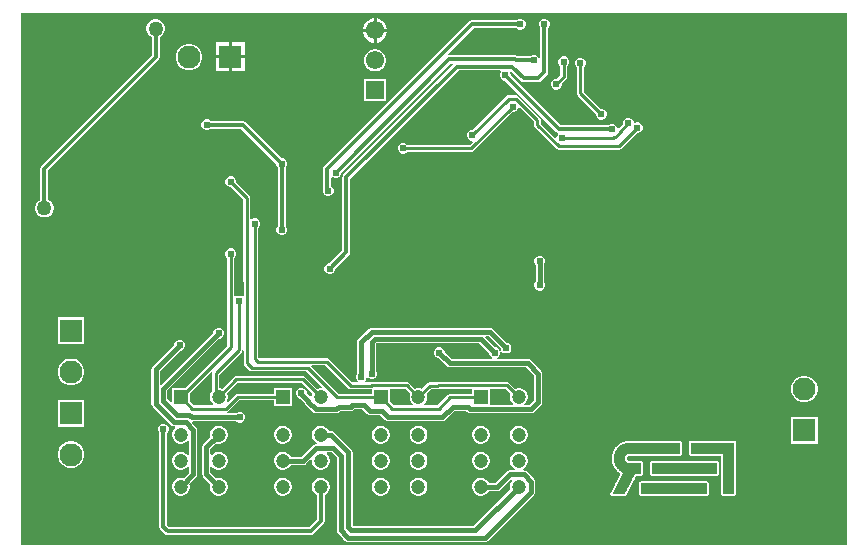
<source format=gbl>
G04*
G04 #@! TF.GenerationSoftware,Altium Limited,Altium Designer,22.2.1 (43)*
G04*
G04 Layer_Physical_Order=2*
G04 Layer_Color=16711680*
%FSLAX25Y25*%
%MOIN*%
G70*
G04*
G04 #@! TF.SameCoordinates,4D9873E2-C187-445E-AA94-CFDCCC1DA697*
G04*
G04*
G04 #@! TF.FilePolarity,Positive*
G04*
G01*
G75*
%ADD64C,0.06102*%
%ADD65R,0.06102X0.06102*%
%ADD67C,0.01000*%
%ADD68C,0.01500*%
%ADD69C,0.01400*%
%ADD72C,0.04724*%
%ADD73R,0.04724X0.04724*%
%ADD74R,0.07677X0.07677*%
%ADD75C,0.07677*%
%ADD76R,0.07677X0.07677*%
%ADD77C,0.02400*%
%ADD78C,0.23622*%
%ADD79C,0.05000*%
G36*
X275590D02*
X0D01*
Y177165D01*
X275590D01*
Y0D01*
D02*
G37*
%LPC*%
G36*
X118644Y175469D02*
X118610D01*
Y171917D01*
X122161D01*
Y171951D01*
X121885Y172981D01*
X121352Y173905D01*
X120598Y174659D01*
X119674Y175192D01*
X118644Y175469D01*
D02*
G37*
G36*
X117610D02*
X117577D01*
X116546Y175192D01*
X115623Y174659D01*
X114868Y173905D01*
X114335Y172981D01*
X114059Y171951D01*
Y171917D01*
X117610D01*
Y175469D01*
D02*
G37*
G36*
X174858Y175300D02*
X174142D01*
X173480Y175026D01*
X172974Y174520D01*
X172700Y173858D01*
Y173142D01*
X172974Y172480D01*
X173175Y172280D01*
Y162260D01*
X172675Y162161D01*
X172526Y162520D01*
X172020Y163026D01*
X171358Y163300D01*
X170642D01*
X169980Y163026D01*
X169780Y162826D01*
X165672D01*
X165374Y163025D01*
X164867Y163126D01*
X142800D01*
X142558Y163077D01*
X142311Y163538D01*
X150948Y172175D01*
X165280D01*
X165480Y171974D01*
X166142Y171700D01*
X166858D01*
X167520Y171974D01*
X168026Y172480D01*
X168300Y173142D01*
Y173858D01*
X168026Y174520D01*
X167520Y175026D01*
X166858Y175300D01*
X166142D01*
X165480Y175026D01*
X165280Y174826D01*
X150399D01*
X149892Y174725D01*
X149461Y174437D01*
X101163Y126138D01*
X100875Y125708D01*
X100775Y125201D01*
Y118671D01*
X100792Y118581D01*
X100700Y118358D01*
Y117642D01*
X100974Y116980D01*
X101480Y116474D01*
X102142Y116200D01*
X102858D01*
X103520Y116474D01*
X104026Y116980D01*
X104300Y117642D01*
Y118358D01*
X104026Y119020D01*
X103520Y119526D01*
X103426Y119565D01*
Y122322D01*
X103926Y122529D01*
X103980Y122474D01*
X104642Y122200D01*
X105358D01*
X106020Y122474D01*
X106526Y122980D01*
X106800Y123642D01*
Y123925D01*
X143349Y160475D01*
X143893D01*
X144100Y159975D01*
X107563Y123437D01*
X107275Y123007D01*
X107175Y122500D01*
Y98049D01*
X102926Y93800D01*
X102642D01*
X101980Y93526D01*
X101474Y93020D01*
X101200Y92358D01*
Y91642D01*
X101474Y90980D01*
X101980Y90474D01*
X102642Y90200D01*
X103358D01*
X104020Y90474D01*
X104526Y90980D01*
X104800Y91642D01*
Y91926D01*
X109437Y96563D01*
X109725Y96993D01*
X109826Y97500D01*
Y121951D01*
X145949Y158074D01*
X159822D01*
X160029Y157574D01*
X159974Y157520D01*
X159700Y156858D01*
Y156142D01*
X159974Y155480D01*
X160480Y154974D01*
X161142Y154700D01*
X161425D01*
X178563Y137563D01*
X178993Y137275D01*
X179018Y137270D01*
X179182Y136728D01*
X178974Y136520D01*
X178700Y135858D01*
Y135775D01*
X178200Y135568D01*
X173372Y140396D01*
Y141568D01*
X173286Y141998D01*
X173043Y142361D01*
X173043Y142361D01*
X165911Y149493D01*
X165548Y149736D01*
X165118Y149822D01*
X165118Y149822D01*
X162700D01*
X162700Y149822D01*
X162271Y149736D01*
X161907Y149493D01*
X161907Y149493D01*
X150714Y138300D01*
X150142D01*
X149480Y138026D01*
X148974Y137520D01*
X148700Y136858D01*
Y136142D01*
X148974Y135480D01*
X149480Y134974D01*
X150142Y134700D01*
X150407D01*
X150614Y134200D01*
X149635Y133222D01*
X128924D01*
X128520Y133626D01*
X127858Y133900D01*
X127142D01*
X126480Y133626D01*
X125974Y133120D01*
X125700Y132458D01*
Y131742D01*
X125974Y131080D01*
X126480Y130574D01*
X127142Y130300D01*
X127858D01*
X128520Y130574D01*
X128924Y130978D01*
X150100D01*
X150100Y130978D01*
X150529Y131064D01*
X150893Y131307D01*
X163786Y144200D01*
X164358D01*
X165020Y144474D01*
X165526Y144980D01*
X165800Y145642D01*
Y145725D01*
X166300Y145932D01*
X171128Y141104D01*
Y139932D01*
X171128Y139932D01*
X171214Y139502D01*
X171457Y139139D01*
X178589Y132007D01*
X178589Y132007D01*
X178952Y131764D01*
X179382Y131678D01*
X199362D01*
X199362Y131678D01*
X199791Y131764D01*
X200155Y132007D01*
X205327Y137180D01*
X205899D01*
X206561Y137453D01*
X207067Y137960D01*
X207341Y138621D01*
Y139338D01*
X207067Y139999D01*
X206561Y140505D01*
X205899Y140779D01*
X205183D01*
X204800Y140621D01*
X204312Y140852D01*
X204280Y140906D01*
X204026Y141520D01*
X203520Y142026D01*
X202858Y142300D01*
X202142D01*
X201480Y142026D01*
X200974Y141520D01*
X200700Y140858D01*
Y140286D01*
X199292Y138878D01*
X199185Y138874D01*
X198731Y139024D01*
X198526Y139520D01*
X198020Y140026D01*
X197358Y140300D01*
X196642D01*
X195980Y140026D01*
X195780Y139825D01*
X180049D01*
X163300Y156574D01*
Y156858D01*
X163160Y157197D01*
X163437Y157762D01*
X163603Y157795D01*
X166836Y154563D01*
X167266Y154275D01*
X167773Y154174D01*
X172500D01*
X173007Y154275D01*
X173437Y154563D01*
X175437Y156563D01*
X175725Y156993D01*
X175826Y157500D01*
Y172280D01*
X176026Y172480D01*
X176300Y173142D01*
Y173858D01*
X176026Y174520D01*
X175520Y175026D01*
X174858Y175300D01*
D02*
G37*
G36*
X122161Y170917D02*
X118610D01*
Y167366D01*
X118644D01*
X119674Y167642D01*
X120598Y168176D01*
X121352Y168930D01*
X121885Y169854D01*
X122161Y170884D01*
Y170917D01*
D02*
G37*
G36*
X117610D02*
X114059D01*
Y170884D01*
X114335Y169854D01*
X114868Y168930D01*
X115623Y168176D01*
X116546Y167642D01*
X117577Y167366D01*
X117610D01*
Y170917D01*
D02*
G37*
G36*
X74720Y167437D02*
X70382D01*
Y163098D01*
X74720D01*
Y167437D01*
D02*
G37*
G36*
X69382D02*
X65043D01*
Y163098D01*
X69382D01*
Y167437D01*
D02*
G37*
G36*
X56687Y167037D02*
X55518D01*
X54389Y166735D01*
X53377Y166150D01*
X52551Y165324D01*
X51966Y164312D01*
X51664Y163183D01*
Y162014D01*
X51966Y160885D01*
X52551Y159873D01*
X53377Y159047D01*
X54389Y158462D01*
X55518Y158160D01*
X56687D01*
X57816Y158462D01*
X58828Y159047D01*
X59654Y159873D01*
X60238Y160885D01*
X60541Y162014D01*
Y163183D01*
X60238Y164312D01*
X59654Y165324D01*
X58828Y166150D01*
X57816Y166735D01*
X56687Y167037D01*
D02*
G37*
G36*
X118591Y165069D02*
X117630D01*
X116701Y164820D01*
X115868Y164339D01*
X115189Y163659D01*
X114708Y162827D01*
X114459Y161898D01*
Y160937D01*
X114708Y160008D01*
X115189Y159176D01*
X115868Y158496D01*
X116701Y158015D01*
X117630Y157766D01*
X118591D01*
X119519Y158015D01*
X120352Y158496D01*
X121032Y159176D01*
X121513Y160008D01*
X121761Y160937D01*
Y161898D01*
X121513Y162827D01*
X121032Y163659D01*
X120352Y164339D01*
X119519Y164820D01*
X118591Y165069D01*
D02*
G37*
G36*
X74720Y162098D02*
X70382D01*
Y157760D01*
X74720D01*
Y162098D01*
D02*
G37*
G36*
X69382D02*
X65043D01*
Y157760D01*
X69382D01*
Y162098D01*
D02*
G37*
G36*
X181358Y162800D02*
X180642D01*
X179980Y162526D01*
X179474Y162020D01*
X179200Y161358D01*
Y160642D01*
X179474Y159980D01*
X179878Y159576D01*
Y156465D01*
X178714Y155300D01*
X178142D01*
X177480Y155026D01*
X176974Y154520D01*
X176700Y153858D01*
Y153142D01*
X176974Y152480D01*
X177480Y151974D01*
X178142Y151700D01*
X178858D01*
X179520Y151974D01*
X180026Y152480D01*
X180300Y153142D01*
Y153714D01*
X181793Y155207D01*
X181793Y155207D01*
X182036Y155571D01*
X182122Y156000D01*
Y159576D01*
X182526Y159980D01*
X182800Y160642D01*
Y161358D01*
X182526Y162020D01*
X182020Y162526D01*
X181358Y162800D01*
D02*
G37*
G36*
X121761Y155069D02*
X114459D01*
Y147766D01*
X121761D01*
Y155069D01*
D02*
G37*
G36*
X186858Y162300D02*
X186142D01*
X185480Y162026D01*
X184974Y161520D01*
X184700Y160858D01*
Y160142D01*
X184974Y159480D01*
X185378Y159076D01*
Y150500D01*
X185378Y150500D01*
X185464Y150071D01*
X185707Y149707D01*
X191700Y143714D01*
Y143142D01*
X191974Y142480D01*
X192480Y141974D01*
X193142Y141700D01*
X193858D01*
X194520Y141974D01*
X195026Y142480D01*
X195300Y143142D01*
Y143858D01*
X195026Y144520D01*
X194520Y145026D01*
X193858Y145300D01*
X193286D01*
X187622Y150965D01*
Y159076D01*
X188026Y159480D01*
X188300Y160142D01*
Y160858D01*
X188026Y161520D01*
X187520Y162026D01*
X186858Y162300D01*
D02*
G37*
G36*
X45408Y175100D02*
X44592D01*
X43803Y174889D01*
X43097Y174481D01*
X42519Y173903D01*
X42111Y173197D01*
X41900Y172408D01*
Y171592D01*
X42111Y170803D01*
X42519Y170097D01*
X43097Y169519D01*
X43674Y169186D01*
Y162983D01*
X6937Y126245D01*
X6650Y125815D01*
X6549Y125308D01*
Y115019D01*
X5971Y114685D01*
X5393Y114108D01*
X4985Y113401D01*
X4774Y112613D01*
Y111797D01*
X4985Y111008D01*
X5393Y110301D01*
X5971Y109724D01*
X6678Y109316D01*
X7466Y109105D01*
X8282D01*
X9071Y109316D01*
X9777Y109724D01*
X10355Y110301D01*
X10763Y111008D01*
X10974Y111797D01*
Y112613D01*
X10763Y113401D01*
X10355Y114108D01*
X9777Y114685D01*
X9200Y115019D01*
Y124759D01*
X45937Y161497D01*
X46225Y161927D01*
X46325Y162434D01*
Y169186D01*
X46903Y169519D01*
X47481Y170097D01*
X47889Y170803D01*
X48100Y171592D01*
Y172408D01*
X47889Y173197D01*
X47481Y173903D01*
X46903Y174481D01*
X46197Y174889D01*
X45408Y175100D01*
D02*
G37*
G36*
X62358Y141800D02*
X61642D01*
X60980Y141526D01*
X60474Y141020D01*
X60200Y140358D01*
Y139642D01*
X60474Y138980D01*
X60980Y138474D01*
X61642Y138200D01*
X62358D01*
X63020Y138474D01*
X63220Y138674D01*
X73451D01*
X85200Y126926D01*
Y126642D01*
X85474Y125980D01*
X85675Y125780D01*
Y106220D01*
X85474Y106020D01*
X85200Y105358D01*
Y104642D01*
X85474Y103980D01*
X85980Y103474D01*
X86642Y103200D01*
X87358D01*
X88020Y103474D01*
X88526Y103980D01*
X88800Y104642D01*
Y105358D01*
X88526Y106020D01*
X88326Y106220D01*
Y125780D01*
X88526Y125980D01*
X88800Y126642D01*
Y127358D01*
X88526Y128020D01*
X88020Y128526D01*
X87358Y128800D01*
X87075D01*
X74937Y140937D01*
X74507Y141225D01*
X74000Y141325D01*
X63220D01*
X63020Y141526D01*
X62358Y141800D01*
D02*
G37*
G36*
X173358Y96300D02*
X172642D01*
X171980Y96026D01*
X171474Y95520D01*
X171200Y94858D01*
Y94142D01*
X171474Y93480D01*
X171624Y93331D01*
Y87598D01*
X171510Y87484D01*
X171236Y86822D01*
Y86106D01*
X171510Y85445D01*
X172016Y84939D01*
X172678Y84664D01*
X173394D01*
X174055Y84939D01*
X174562Y85445D01*
X174836Y86106D01*
Y86822D01*
X174562Y87484D01*
X174376Y87669D01*
Y93331D01*
X174526Y93480D01*
X174800Y94142D01*
Y94858D01*
X174526Y95520D01*
X174020Y96026D01*
X173358Y96300D01*
D02*
G37*
G36*
X70358Y122800D02*
X69642D01*
X68980Y122526D01*
X68474Y122020D01*
X68200Y121358D01*
Y120642D01*
X68474Y119980D01*
X68980Y119474D01*
X69642Y119200D01*
X70214D01*
X74178Y115235D01*
Y88200D01*
X74178Y88200D01*
X74264Y87771D01*
X74413Y87547D01*
Y82884D01*
X73913Y82677D01*
X73854Y82736D01*
X73193Y83010D01*
X72477D01*
X71815Y82736D01*
X71622Y82543D01*
X71122Y82750D01*
Y95576D01*
X71526Y95980D01*
X71800Y96642D01*
Y97358D01*
X71526Y98020D01*
X71020Y98526D01*
X70358Y98800D01*
X69642D01*
X68980Y98526D01*
X68474Y98020D01*
X68200Y97358D01*
Y96642D01*
X68474Y95980D01*
X68878Y95576D01*
Y66323D01*
X54778Y52222D01*
X50439D01*
Y47623D01*
X49977Y47431D01*
X48858Y48551D01*
Y51411D01*
X66147Y68700D01*
X66358D01*
X67020Y68974D01*
X67526Y69480D01*
X67800Y70142D01*
Y70858D01*
X67526Y71520D01*
X67020Y72026D01*
X66358Y72300D01*
X65642D01*
X64980Y72026D01*
X64474Y71520D01*
X64200Y70858D01*
Y70647D01*
X46858Y53304D01*
X46358Y53511D01*
Y57911D01*
X53147Y64700D01*
X53358D01*
X54020Y64974D01*
X54526Y65480D01*
X54800Y66142D01*
Y66858D01*
X54526Y67520D01*
X54020Y68026D01*
X53358Y68300D01*
X52642D01*
X51980Y68026D01*
X51474Y67520D01*
X51200Y66858D01*
Y66647D01*
X44008Y59454D01*
X43709Y59008D01*
X43605Y58481D01*
Y46946D01*
X43709Y46419D01*
X44008Y45972D01*
X50058Y39922D01*
X50504Y39624D01*
X51031Y39519D01*
X51427D01*
X51568Y39078D01*
X51570Y39019D01*
X51031Y38480D01*
X50641Y37805D01*
X50439Y37051D01*
Y36271D01*
X50641Y35518D01*
X51031Y34843D01*
X51583Y34291D01*
X52258Y33901D01*
X53012Y33699D01*
X53792D01*
X54545Y33901D01*
X55220Y34291D01*
X55637Y34708D01*
X56137Y34518D01*
Y30144D01*
X55637Y29953D01*
X55220Y30370D01*
X54545Y30760D01*
X53792Y30962D01*
X53012D01*
X52258Y30760D01*
X51583Y30370D01*
X51031Y29819D01*
X50641Y29143D01*
X50439Y28390D01*
Y27610D01*
X50641Y26857D01*
X51031Y26181D01*
X51583Y25630D01*
X52258Y25240D01*
X53012Y25038D01*
X53792D01*
X54545Y25240D01*
X55220Y25630D01*
X55637Y26047D01*
X56137Y25856D01*
Y24021D01*
X54285Y22169D01*
X53792Y22301D01*
X53012D01*
X52258Y22099D01*
X51583Y21709D01*
X51031Y21157D01*
X50641Y20482D01*
X50439Y19729D01*
Y18949D01*
X50641Y18195D01*
X51031Y17520D01*
X51583Y16968D01*
X52258Y16578D01*
X53012Y16376D01*
X53792D01*
X54545Y16578D01*
X55220Y16968D01*
X55772Y17520D01*
X56162Y18195D01*
X56364Y18949D01*
Y19729D01*
X56232Y20222D01*
X58487Y22478D01*
X58487Y22478D01*
X58785Y22924D01*
X58890Y23451D01*
Y38365D01*
X58890Y38365D01*
X58785Y38892D01*
X58487Y39338D01*
X57202Y40624D01*
X57409Y41124D01*
X71831D01*
X71980Y40974D01*
X72642Y40700D01*
X73358D01*
X74020Y40974D01*
X74526Y41480D01*
X74800Y42142D01*
Y42858D01*
X74526Y43520D01*
X74020Y44026D01*
X73358Y44300D01*
X72642D01*
X71980Y44026D01*
X71831Y43876D01*
X69069D01*
X68903Y44339D01*
X68910Y44376D01*
X69252Y44605D01*
X72785Y48138D01*
X84439D01*
Y46298D01*
X90364D01*
Y52222D01*
X84439D01*
Y50381D01*
X72321D01*
X72321Y50381D01*
X71892Y50296D01*
X71528Y50053D01*
X68991Y47516D01*
X68591Y47823D01*
X68760Y48116D01*
X68962Y48870D01*
Y49650D01*
X68760Y50403D01*
X68749Y50423D01*
X72323Y53997D01*
X93677D01*
X97251Y50423D01*
X97240Y50403D01*
X97038Y49650D01*
Y49512D01*
X96538Y49305D01*
X95300Y50543D01*
Y50858D01*
X95026Y51520D01*
X94520Y52026D01*
X93858Y52300D01*
X93142D01*
X92480Y52026D01*
X91974Y51520D01*
X91700Y50858D01*
Y50142D01*
X91974Y49480D01*
X92480Y48974D01*
X93142Y48700D01*
X93250D01*
X94541Y47409D01*
X94616Y47030D01*
X94915Y46583D01*
X97323Y44174D01*
X97770Y43876D01*
X98297Y43771D01*
X105148D01*
X105674Y43876D01*
X106121Y44174D01*
X106570Y44624D01*
X110000D01*
X110527Y44728D01*
X110973Y45027D01*
X111070Y45124D01*
X113930D01*
X115527Y43527D01*
X115973Y43228D01*
X116500Y43123D01*
X116500Y43124D01*
X119930D01*
X121527Y41527D01*
X121973Y41228D01*
X122500Y41124D01*
X122500Y41124D01*
X140500D01*
X141027Y41228D01*
X141473Y41527D01*
X144570Y44624D01*
X148430D01*
X148905Y44148D01*
X149352Y43850D01*
X149879Y43745D01*
X170121D01*
X170648Y43850D01*
X171095Y44148D01*
X173473Y46527D01*
X173772Y46973D01*
X173876Y47500D01*
Y57000D01*
X173877Y57000D01*
X173772Y57527D01*
X173473Y57973D01*
X169973Y61473D01*
X169527Y61772D01*
X169000Y61876D01*
X158884D01*
X158784Y62376D01*
X159020Y62474D01*
X159526Y62980D01*
X159800Y63642D01*
Y64358D01*
X159526Y65020D01*
X159020Y65526D01*
X158358Y65800D01*
X158147D01*
X154823Y69124D01*
X155030Y69624D01*
X155792D01*
X160000Y65416D01*
Y65204D01*
X160274Y64543D01*
X160780Y64036D01*
X161442Y63762D01*
X162158D01*
X162820Y64036D01*
X163326Y64543D01*
X163600Y65204D01*
Y65920D01*
X163326Y66582D01*
X162820Y67088D01*
X162158Y67362D01*
X161947D01*
X157336Y71973D01*
X156889Y72272D01*
X156362Y72376D01*
X116964D01*
X116438Y72272D01*
X115991Y71973D01*
X112527Y68509D01*
X112228Y68062D01*
X112124Y67536D01*
Y57169D01*
X111974Y57020D01*
X111700Y56358D01*
Y55642D01*
X111974Y54980D01*
X112333Y54622D01*
X112126Y54122D01*
X110465D01*
X102738Y61848D01*
X102374Y62091D01*
X101945Y62177D01*
X101945Y62177D01*
X79465D01*
X79122Y62520D01*
Y105576D01*
X79526Y105980D01*
X79800Y106642D01*
Y107358D01*
X79526Y108020D01*
X79020Y108526D01*
X78358Y108800D01*
X77642D01*
X76980Y108526D01*
X76922Y108467D01*
X76422Y108674D01*
Y115700D01*
X76336Y116129D01*
X76093Y116493D01*
X76093Y116493D01*
X71800Y120786D01*
Y121358D01*
X71526Y122020D01*
X71020Y122526D01*
X70358Y122800D01*
D02*
G37*
G36*
X21210Y75836D02*
X12333D01*
Y66959D01*
X21210D01*
Y75836D01*
D02*
G37*
G36*
X17356Y62057D02*
X16187D01*
X15058Y61754D01*
X14046Y61170D01*
X13220Y60344D01*
X12636Y59331D01*
X12333Y58202D01*
Y57034D01*
X12636Y55905D01*
X13220Y54893D01*
X14046Y54066D01*
X15058Y53482D01*
X16187Y53180D01*
X17356D01*
X18485Y53482D01*
X19497Y54066D01*
X20323Y54893D01*
X20908Y55905D01*
X21210Y57034D01*
Y58202D01*
X20908Y59331D01*
X20323Y60344D01*
X19497Y61170D01*
X18485Y61754D01*
X17356Y62057D01*
D02*
G37*
G36*
X261766Y56328D02*
X260597D01*
X259468Y56026D01*
X258456Y55441D01*
X257629Y54615D01*
X257045Y53603D01*
X256743Y52474D01*
Y51305D01*
X257045Y50177D01*
X257629Y49164D01*
X258456Y48338D01*
X259468Y47754D01*
X260597Y47451D01*
X261766D01*
X262894Y47754D01*
X263907Y48338D01*
X264733Y49164D01*
X265317Y50177D01*
X265620Y51305D01*
Y52474D01*
X265317Y53603D01*
X264733Y54615D01*
X263907Y55441D01*
X262894Y56026D01*
X261766Y56328D01*
D02*
G37*
G36*
X21210Y48277D02*
X12333D01*
Y39400D01*
X21210D01*
Y48277D01*
D02*
G37*
G36*
X166390Y39624D02*
X165610D01*
X164857Y39422D01*
X164181Y39032D01*
X163630Y38480D01*
X163240Y37805D01*
X163038Y37051D01*
Y36271D01*
X163240Y35518D01*
X163630Y34843D01*
X164181Y34291D01*
X164857Y33901D01*
X165610Y33699D01*
X166390D01*
X167143Y33901D01*
X167819Y34291D01*
X168370Y34843D01*
X168760Y35518D01*
X168962Y36271D01*
Y37051D01*
X168760Y37805D01*
X168370Y38480D01*
X167819Y39032D01*
X167143Y39422D01*
X166390Y39624D01*
D02*
G37*
G36*
X153792D02*
X153012D01*
X152258Y39422D01*
X151583Y39032D01*
X151031Y38480D01*
X150641Y37805D01*
X150439Y37051D01*
Y36271D01*
X150641Y35518D01*
X151031Y34843D01*
X151583Y34291D01*
X152258Y33901D01*
X153012Y33699D01*
X153792D01*
X154545Y33901D01*
X155220Y34291D01*
X155772Y34843D01*
X156162Y35518D01*
X156364Y36271D01*
Y37051D01*
X156162Y37805D01*
X155772Y38480D01*
X155220Y39032D01*
X154545Y39422D01*
X153792Y39624D01*
D02*
G37*
G36*
X132988D02*
X132208D01*
X131455Y39422D01*
X130780Y39032D01*
X130228Y38480D01*
X129838Y37805D01*
X129636Y37051D01*
Y36271D01*
X129838Y35518D01*
X130228Y34843D01*
X130780Y34291D01*
X131455Y33901D01*
X132208Y33699D01*
X132988D01*
X133742Y33901D01*
X134417Y34291D01*
X134969Y34843D01*
X135359Y35518D01*
X135561Y36271D01*
Y37051D01*
X135359Y37805D01*
X134969Y38480D01*
X134417Y39032D01*
X133742Y39422D01*
X132988Y39624D01*
D02*
G37*
G36*
X120390D02*
X119610D01*
X118857Y39422D01*
X118181Y39032D01*
X117630Y38480D01*
X117240Y37805D01*
X117038Y37051D01*
Y36271D01*
X117240Y35518D01*
X117630Y34843D01*
X118181Y34291D01*
X118857Y33901D01*
X119610Y33699D01*
X120390D01*
X121143Y33901D01*
X121819Y34291D01*
X122370Y34843D01*
X122760Y35518D01*
X122962Y36271D01*
Y37051D01*
X122760Y37805D01*
X122370Y38480D01*
X121819Y39032D01*
X121143Y39422D01*
X120390Y39624D01*
D02*
G37*
G36*
X87792D02*
X87012D01*
X86258Y39422D01*
X85583Y39032D01*
X85031Y38480D01*
X84641Y37805D01*
X84439Y37051D01*
Y36271D01*
X84641Y35518D01*
X85031Y34843D01*
X85583Y34291D01*
X86258Y33901D01*
X87012Y33699D01*
X87792D01*
X88545Y33901D01*
X89220Y34291D01*
X89772Y34843D01*
X90162Y35518D01*
X90364Y36271D01*
Y37051D01*
X90162Y37805D01*
X89772Y38480D01*
X89220Y39032D01*
X88545Y39422D01*
X87792Y39624D01*
D02*
G37*
G36*
X66390D02*
X65610D01*
X64857Y39422D01*
X64181Y39032D01*
X63630Y38480D01*
X63240Y37805D01*
X63038Y37051D01*
Y36271D01*
X63170Y35778D01*
X60914Y33522D01*
X60616Y33076D01*
X60511Y32549D01*
Y23451D01*
X60616Y22924D01*
X60914Y22478D01*
X63170Y20222D01*
X63038Y19729D01*
Y18949D01*
X63240Y18195D01*
X63630Y17520D01*
X64181Y16968D01*
X64857Y16578D01*
X65610Y16376D01*
X66390D01*
X67143Y16578D01*
X67819Y16968D01*
X68370Y17520D01*
X68760Y18195D01*
X68962Y18949D01*
Y19729D01*
X68760Y20482D01*
X68370Y21157D01*
X67819Y21709D01*
X67143Y22099D01*
X66390Y22301D01*
X65610D01*
X65117Y22169D01*
X63264Y24021D01*
Y25856D01*
X63764Y26047D01*
X64181Y25630D01*
X64857Y25240D01*
X65610Y25038D01*
X66390D01*
X67143Y25240D01*
X67819Y25630D01*
X68370Y26181D01*
X68760Y26857D01*
X68962Y27610D01*
Y28390D01*
X68760Y29143D01*
X68370Y29819D01*
X67819Y30370D01*
X67143Y30760D01*
X66390Y30962D01*
X65610D01*
X64857Y30760D01*
X64181Y30370D01*
X63764Y29953D01*
X63264Y30144D01*
Y31979D01*
X65117Y33831D01*
X65610Y33699D01*
X66390D01*
X67143Y33901D01*
X67819Y34291D01*
X68370Y34843D01*
X68760Y35518D01*
X68962Y36271D01*
Y37051D01*
X68760Y37805D01*
X68370Y38480D01*
X67819Y39032D01*
X67143Y39422D01*
X66390Y39624D01*
D02*
G37*
G36*
X265620Y42549D02*
X256743D01*
Y33672D01*
X265620D01*
Y42549D01*
D02*
G37*
G36*
X100390Y39624D02*
X99610D01*
X98857Y39422D01*
X98181Y39032D01*
X97630Y38480D01*
X97240Y37805D01*
X97038Y37051D01*
Y36271D01*
X97240Y35518D01*
X97630Y34843D01*
X98181Y34291D01*
X98705Y33989D01*
X98571Y33489D01*
X98297D01*
X97770Y33384D01*
X97323Y33086D01*
X97323Y33086D01*
X93614Y29376D01*
X90027D01*
X89772Y29819D01*
X89220Y30370D01*
X88545Y30760D01*
X87792Y30962D01*
X87012D01*
X86258Y30760D01*
X85583Y30370D01*
X85031Y29819D01*
X84641Y29143D01*
X84439Y28390D01*
Y27610D01*
X84641Y26857D01*
X85031Y26181D01*
X85583Y25630D01*
X86258Y25240D01*
X87012Y25038D01*
X87792D01*
X88545Y25240D01*
X89220Y25630D01*
X89772Y26181D01*
X90027Y26624D01*
X94184D01*
X94711Y26728D01*
X95158Y27027D01*
X96550Y28419D01*
X97038Y28200D01*
Y27610D01*
X97240Y26857D01*
X97630Y26181D01*
X98181Y25630D01*
X98857Y25240D01*
X99610Y25038D01*
X100390D01*
X101143Y25240D01*
X101819Y25630D01*
X102370Y26181D01*
X102760Y26857D01*
X102962Y27610D01*
Y28390D01*
X102760Y29143D01*
X102370Y29819D01*
X101953Y30236D01*
X102144Y30736D01*
X103782D01*
X105356Y29162D01*
Y4768D01*
X105461Y4241D01*
X105759Y3794D01*
X107527Y2027D01*
X107527Y2027D01*
X107527Y2027D01*
X108259Y1295D01*
X108705Y996D01*
X109232Y891D01*
X154745D01*
X155271Y996D01*
X155718Y1295D01*
X171086Y16662D01*
X171086Y16662D01*
X171384Y17109D01*
X171489Y17635D01*
X171489Y17635D01*
Y21042D01*
X171384Y21569D01*
X171086Y22015D01*
X168677Y24424D01*
X168230Y24723D01*
X167703Y24827D01*
X167429D01*
X167295Y25327D01*
X167819Y25630D01*
X168370Y26181D01*
X168760Y26857D01*
X168962Y27610D01*
Y28390D01*
X168760Y29143D01*
X168370Y29819D01*
X167819Y30370D01*
X167143Y30760D01*
X166390Y30962D01*
X165610D01*
X164857Y30760D01*
X164181Y30370D01*
X163630Y29819D01*
X163240Y29143D01*
X163038Y28390D01*
Y27610D01*
X163240Y26857D01*
X163630Y26181D01*
X164181Y25630D01*
X164705Y25327D01*
X164571Y24827D01*
X163045D01*
X162518Y24723D01*
X162072Y24424D01*
X162072Y24424D01*
X158362Y20715D01*
X156027D01*
X155772Y21157D01*
X155220Y21709D01*
X154545Y22099D01*
X153792Y22301D01*
X153012D01*
X152258Y22099D01*
X151583Y21709D01*
X151031Y21157D01*
X150641Y20482D01*
X150439Y19729D01*
Y18949D01*
X150641Y18195D01*
X151031Y17520D01*
X151583Y16968D01*
X152258Y16578D01*
X153012Y16376D01*
X153792D01*
X154545Y16578D01*
X155220Y16968D01*
X155772Y17520D01*
X156027Y17962D01*
X158933D01*
X159459Y18067D01*
X159906Y18365D01*
X163402Y21862D01*
X163590Y21825D01*
X163756Y21283D01*
X163630Y21157D01*
X163240Y20482D01*
X163038Y19729D01*
Y18949D01*
X163170Y18455D01*
X150859Y6144D01*
X110838D01*
X110609Y6374D01*
Y30768D01*
X110504Y31295D01*
X110205Y31741D01*
X109473Y32473D01*
X109473Y32473D01*
X104312Y37635D01*
X103865Y37933D01*
X103339Y38038D01*
X102626D01*
X102370Y38480D01*
X101819Y39032D01*
X101143Y39422D01*
X100390Y39624D01*
D02*
G37*
G36*
X17356Y34498D02*
X16187D01*
X15058Y34195D01*
X14046Y33611D01*
X13220Y32784D01*
X12636Y31772D01*
X12333Y30643D01*
Y29475D01*
X12636Y28346D01*
X13220Y27334D01*
X14046Y26507D01*
X15058Y25923D01*
X16187Y25620D01*
X17356D01*
X18485Y25923D01*
X19497Y26507D01*
X20323Y27334D01*
X20908Y28346D01*
X21210Y29475D01*
Y30643D01*
X20908Y31772D01*
X20323Y32784D01*
X19497Y33611D01*
X18485Y34195D01*
X17356Y34498D01*
D02*
G37*
G36*
X153792Y30962D02*
X153012D01*
X152258Y30760D01*
X151583Y30370D01*
X151031Y29819D01*
X150641Y29143D01*
X150439Y28390D01*
Y27610D01*
X150641Y26857D01*
X151031Y26181D01*
X151583Y25630D01*
X152258Y25240D01*
X153012Y25038D01*
X153792D01*
X154545Y25240D01*
X155220Y25630D01*
X155772Y26181D01*
X156162Y26857D01*
X156364Y27610D01*
Y28390D01*
X156162Y29143D01*
X155772Y29819D01*
X155220Y30370D01*
X154545Y30760D01*
X153792Y30962D01*
D02*
G37*
G36*
X132988D02*
X132208D01*
X131455Y30760D01*
X130780Y30370D01*
X130228Y29819D01*
X129838Y29143D01*
X129636Y28390D01*
Y27610D01*
X129838Y26857D01*
X130228Y26181D01*
X130780Y25630D01*
X131455Y25240D01*
X132208Y25038D01*
X132988D01*
X133742Y25240D01*
X134417Y25630D01*
X134969Y26181D01*
X135359Y26857D01*
X135561Y27610D01*
Y28390D01*
X135359Y29143D01*
X134969Y29819D01*
X134417Y30370D01*
X133742Y30760D01*
X132988Y30962D01*
D02*
G37*
G36*
X120390D02*
X119610D01*
X118857Y30760D01*
X118181Y30370D01*
X117630Y29819D01*
X117240Y29143D01*
X117038Y28390D01*
Y27610D01*
X117240Y26857D01*
X117630Y26181D01*
X118181Y25630D01*
X118857Y25240D01*
X119610Y25038D01*
X120390D01*
X121143Y25240D01*
X121819Y25630D01*
X122370Y26181D01*
X122760Y26857D01*
X122962Y27610D01*
Y28390D01*
X122760Y29143D01*
X122370Y29819D01*
X121819Y30370D01*
X121143Y30760D01*
X120390Y30962D01*
D02*
G37*
G36*
X232112Y27953D02*
X210442D01*
X209983Y27763D01*
X209792Y27304D01*
Y23583D01*
X209983Y23124D01*
X210442Y22934D01*
X232112D01*
X232572Y23124D01*
X232762Y23583D01*
Y27304D01*
X232572Y27763D01*
X232112Y27953D01*
D02*
G37*
G36*
X132988Y22301D02*
X132208D01*
X131455Y22099D01*
X130780Y21709D01*
X130228Y21157D01*
X129838Y20482D01*
X129636Y19729D01*
Y18949D01*
X129838Y18195D01*
X130228Y17520D01*
X130780Y16968D01*
X131455Y16578D01*
X132208Y16376D01*
X132988D01*
X133742Y16578D01*
X134417Y16968D01*
X134969Y17520D01*
X135359Y18195D01*
X135561Y18949D01*
Y19729D01*
X135359Y20482D01*
X134969Y21157D01*
X134417Y21709D01*
X133742Y22099D01*
X132988Y22301D01*
D02*
G37*
G36*
X120390D02*
X119610D01*
X118857Y22099D01*
X118181Y21709D01*
X117630Y21157D01*
X117240Y20482D01*
X117038Y19729D01*
Y18949D01*
X117240Y18195D01*
X117630Y17520D01*
X118181Y16968D01*
X118857Y16578D01*
X119610Y16376D01*
X120390D01*
X121143Y16578D01*
X121819Y16968D01*
X122370Y17520D01*
X122760Y18195D01*
X122962Y18949D01*
Y19729D01*
X122760Y20482D01*
X122370Y21157D01*
X121819Y21709D01*
X121143Y22099D01*
X120390Y22301D01*
D02*
G37*
G36*
X87792D02*
X87012D01*
X86258Y22099D01*
X85583Y21709D01*
X85031Y21157D01*
X84641Y20482D01*
X84439Y19729D01*
Y18949D01*
X84641Y18195D01*
X85031Y17520D01*
X85583Y16968D01*
X86258Y16578D01*
X87012Y16376D01*
X87792D01*
X88545Y16578D01*
X89220Y16968D01*
X89772Y17520D01*
X90162Y18195D01*
X90364Y18949D01*
Y19729D01*
X90162Y20482D01*
X89772Y21157D01*
X89220Y21709D01*
X88545Y22099D01*
X87792Y22301D01*
D02*
G37*
G36*
X237879Y34649D02*
X223277D01*
X222818Y34459D01*
X222627Y34000D01*
Y30280D01*
X222818Y29820D01*
X223277Y29630D01*
X233602D01*
Y16887D01*
X233792Y16428D01*
X234251Y16238D01*
X237879D01*
X238338Y16428D01*
X238528Y16887D01*
Y31489D01*
Y34000D01*
X238338Y34459D01*
X237879Y34649D01*
D02*
G37*
G36*
X228764Y21257D02*
X206815D01*
X206356Y21066D01*
X206328Y21001D01*
X206262Y20973D01*
X206072Y20514D01*
Y16980D01*
X206262Y16521D01*
X206328Y16493D01*
X206356Y16428D01*
X206815Y16238D01*
X228764D01*
X229223Y16428D01*
X229414Y16887D01*
Y20607D01*
X229223Y21066D01*
X228764Y21257D01*
D02*
G37*
G36*
X219650Y34649D02*
X202350D01*
X202126Y34556D01*
X201792D01*
X201568Y34463D01*
X201420D01*
X201196Y34370D01*
X201141D01*
X200692Y34184D01*
X200676D01*
X200217Y33994D01*
X200209Y33975D01*
X200031Y33901D01*
X200023Y33882D01*
X199845Y33808D01*
X199818Y33742D01*
X199752Y33715D01*
X199744Y33696D01*
X199566Y33622D01*
X199539Y33556D01*
X199473Y33529D01*
X199465Y33510D01*
X199287Y33436D01*
X199260Y33370D01*
X199194Y33343D01*
X199167Y33277D01*
X199101Y33250D01*
X199074Y33184D01*
X199008Y33157D01*
X198981Y33091D01*
X198915Y33064D01*
X198888Y32998D01*
X198822Y32971D01*
X198795Y32905D01*
X198729Y32878D01*
X198702Y32812D01*
X198636Y32785D01*
X198609Y32719D01*
X198543Y32692D01*
X198516Y32626D01*
X198450Y32599D01*
X198423Y32533D01*
X198357Y32506D01*
X198330Y32440D01*
X198264Y32413D01*
X198237Y32347D01*
X198171Y32320D01*
X198097Y32142D01*
X198078Y32134D01*
X198051Y32068D01*
X197985Y32041D01*
X197911Y31863D01*
X197892Y31855D01*
X197818Y31677D01*
X197799Y31669D01*
X197725Y31491D01*
X197706Y31483D01*
X197632Y31305D01*
X197613Y31297D01*
X197539Y31119D01*
X197520Y31111D01*
X197330Y30652D01*
Y30597D01*
X197237Y30373D01*
Y30225D01*
X197144Y30001D01*
Y29760D01*
X197051Y29536D01*
Y27955D01*
X197144Y27730D01*
Y27490D01*
X197237Y27265D01*
Y27211D01*
X197330Y26986D01*
Y26932D01*
X197516Y26482D01*
Y26467D01*
X197706Y26007D01*
X197725Y25999D01*
X197799Y25821D01*
X197865Y25794D01*
X197892Y25728D01*
X197911Y25720D01*
X197985Y25542D01*
X198004Y25534D01*
X198078Y25356D01*
X198144Y25329D01*
X198171Y25263D01*
X198237Y25236D01*
X198264Y25170D01*
X198283Y25162D01*
X198357Y24984D01*
X198423Y24957D01*
X198450Y24891D01*
X198516Y24864D01*
X198543Y24798D01*
X198609Y24771D01*
X198636Y24705D01*
X198702Y24678D01*
X198729Y24612D01*
X198795Y24585D01*
X198822Y24519D01*
X198888Y24492D01*
X198915Y24426D01*
X198981Y24399D01*
X199008Y24333D01*
X199074Y24306D01*
X199101Y24240D01*
X199279Y24167D01*
X199287Y24147D01*
X199353Y24120D01*
X199380Y24054D01*
X199446Y24027D01*
X199473Y23961D01*
X199546Y23931D01*
X199692Y23758D01*
X199752Y23392D01*
X199678Y23213D01*
X199659Y23205D01*
X199585Y23028D01*
X199566Y23020D01*
X199492Y22841D01*
X199473Y22833D01*
X199399Y22655D01*
X199380Y22648D01*
X199306Y22469D01*
X199287Y22461D01*
X199213Y22283D01*
X199194Y22275D01*
X199120Y22097D01*
X199101Y22089D01*
X199027Y21911D01*
X199008Y21903D01*
X198934Y21725D01*
X198915Y21717D01*
X198841Y21539D01*
X198822Y21531D01*
X198748Y21353D01*
X198729Y21345D01*
X198655Y21167D01*
X198636Y21159D01*
X198562Y20981D01*
X198543Y20973D01*
X198469Y20795D01*
X198450Y20787D01*
X198376Y20609D01*
X198357Y20601D01*
X198283Y20423D01*
X198264Y20415D01*
X198190Y20237D01*
X198171Y20229D01*
X198097Y20051D01*
X198078Y20043D01*
X198004Y19865D01*
X197985Y19857D01*
X197911Y19679D01*
X197892Y19671D01*
X197818Y19493D01*
X197799Y19485D01*
X197725Y19307D01*
X197706Y19299D01*
X197632Y19121D01*
X197613Y19113D01*
X197539Y18935D01*
X197520Y18927D01*
X197446Y18749D01*
X197427Y18741D01*
X197353Y18563D01*
X197334Y18555D01*
X197260Y18377D01*
X197241Y18369D01*
X197167Y18191D01*
X197148Y18183D01*
X197074Y18005D01*
X197055Y17997D01*
X196981Y17819D01*
X196962Y17811D01*
X196888Y17633D01*
X196869Y17625D01*
X196795Y17447D01*
X196776Y17439D01*
X196586Y16980D01*
Y16887D01*
X196776Y16428D01*
X197235Y16238D01*
X201420D01*
X201880Y16428D01*
X201953Y16606D01*
X201973Y16614D01*
X202046Y16792D01*
X202066Y16800D01*
X202139Y16978D01*
X202159Y16986D01*
X202232Y17164D01*
X202252Y17172D01*
X202325Y17350D01*
X202345Y17358D01*
X202418Y17536D01*
X202438Y17544D01*
X202511Y17722D01*
X202531Y17730D01*
X202604Y17908D01*
X202624Y17916D01*
X202697Y18094D01*
X202717Y18102D01*
X202790Y18280D01*
X202810Y18288D01*
X202883Y18466D01*
X202903Y18474D01*
X202976Y18652D01*
X202996Y18660D01*
X203069Y18838D01*
X203089Y18846D01*
X203162Y19024D01*
X203182Y19032D01*
X203255Y19210D01*
X203275Y19218D01*
X203348Y19396D01*
X203368Y19404D01*
X203442Y19582D01*
X203461Y19590D01*
X203535Y19768D01*
X203554Y19776D01*
X203627Y19954D01*
X203647Y19962D01*
X203720Y20140D01*
X203740Y20148D01*
X203814Y20326D01*
X203833Y20334D01*
X203906Y20512D01*
X203926Y20520D01*
X203999Y20698D01*
X204019Y20706D01*
X204093Y20884D01*
X204112Y20892D01*
X204186Y21070D01*
X204205Y21078D01*
X204278Y21256D01*
X204298Y21264D01*
X204372Y21442D01*
X204391Y21450D01*
X204465Y21628D01*
X204484Y21636D01*
X204511Y21702D01*
X204577Y21729D01*
X204650Y21907D01*
X204670Y21915D01*
X204744Y22093D01*
X204763Y22101D01*
X204837Y22279D01*
X204856Y22287D01*
X204929Y22465D01*
X204949Y22473D01*
X205023Y22651D01*
X205042Y22659D01*
X205116Y22837D01*
X205135Y22845D01*
X205172Y22934D01*
X206815D01*
X207274Y23124D01*
X207464Y23583D01*
Y27304D01*
X207274Y27763D01*
X206815Y27953D01*
X202707D01*
X202539Y28023D01*
X202531Y28042D01*
X202465Y28069D01*
X202438Y28135D01*
X202372Y28162D01*
X202345Y28228D01*
X202279Y28255D01*
X202252Y28321D01*
X202186Y28348D01*
X202159Y28414D01*
X202139Y28422D01*
X202070Y28590D01*
Y29032D01*
X202120Y29153D01*
X202159Y29169D01*
X202186Y29235D01*
X202252Y29263D01*
X202306Y29394D01*
X202438Y29449D01*
X202465Y29514D01*
X202520Y29537D01*
X202537D01*
X202761Y29630D01*
X219650D01*
X220109Y29820D01*
X220299Y30280D01*
Y34000D01*
X220109Y34459D01*
X219650Y34649D01*
D02*
G37*
G36*
X47858Y40300D02*
X47142D01*
X46480Y40026D01*
X45974Y39520D01*
X45700Y38858D01*
Y38142D01*
X45974Y37480D01*
X46174Y37280D01*
Y6000D01*
X46275Y5493D01*
X46563Y5063D01*
X48063Y3563D01*
X48493Y3275D01*
X49000Y3175D01*
X96680D01*
X97187Y3275D01*
X97617Y3563D01*
X100937Y6883D01*
X101225Y7313D01*
X101326Y7820D01*
Y16683D01*
X101819Y16968D01*
X102370Y17520D01*
X102760Y18195D01*
X102962Y18949D01*
Y19729D01*
X102760Y20482D01*
X102370Y21157D01*
X101819Y21709D01*
X101143Y22099D01*
X100390Y22301D01*
X99610D01*
X98857Y22099D01*
X98181Y21709D01*
X97630Y21157D01*
X97240Y20482D01*
X97038Y19729D01*
Y18949D01*
X97240Y18195D01*
X97630Y17520D01*
X98181Y16968D01*
X98674Y16683D01*
Y8369D01*
X96131Y5825D01*
X49549D01*
X48825Y6549D01*
Y37280D01*
X49026Y37480D01*
X49300Y38142D01*
Y38858D01*
X49026Y39520D01*
X48520Y40026D01*
X47858Y40300D01*
D02*
G37*
%LPD*%
G36*
X156200Y63853D02*
Y63642D01*
X156474Y62980D01*
X156980Y62474D01*
X157216Y62376D01*
X157116Y61876D01*
X143570D01*
X141300Y64147D01*
Y64358D01*
X141026Y65020D01*
X140520Y65526D01*
X139858Y65800D01*
X139142D01*
X138480Y65526D01*
X137974Y65020D01*
X137700Y64358D01*
Y63642D01*
X137974Y62980D01*
X138480Y62474D01*
X139142Y62200D01*
X139353D01*
X142027Y59527D01*
X142473Y59228D01*
X143000Y59123D01*
X143000Y59124D01*
X168430D01*
X171124Y56430D01*
Y48070D01*
X169551Y46498D01*
X168101D01*
X168065Y46547D01*
X167927Y46998D01*
X168370Y47441D01*
X168760Y48116D01*
X168962Y48870D01*
Y49650D01*
X168760Y50403D01*
X168370Y51079D01*
X167819Y51630D01*
X167143Y52020D01*
X166390Y52222D01*
X165610D01*
X164857Y52020D01*
X164837Y52009D01*
X162931Y53915D01*
X162567Y54158D01*
X162138Y54244D01*
X162138Y54244D01*
X139122D01*
X139122Y54244D01*
X138693Y54158D01*
X138638Y54122D01*
X136339D01*
X136339Y54122D01*
X135909Y54036D01*
X135546Y53793D01*
X135546Y53793D01*
X133761Y52009D01*
X133742Y52020D01*
X132988Y52222D01*
X132208D01*
X131455Y52020D01*
X131436Y52009D01*
X129529Y53915D01*
X129165Y54158D01*
X128736Y54244D01*
X128736Y54244D01*
X117016D01*
X117016Y54244D01*
X116587Y54158D01*
X116532Y54122D01*
X114874D01*
X114667Y54622D01*
X115026Y54980D01*
X115243Y55504D01*
X115646Y55651D01*
X115800Y55654D01*
X115980Y55474D01*
X116642Y55200D01*
X117358D01*
X118020Y55474D01*
X118526Y55980D01*
X118800Y56642D01*
Y57358D01*
X118526Y58020D01*
X118376Y58169D01*
Y66930D01*
X118570Y67124D01*
X152930D01*
X156200Y63853D01*
D02*
G37*
G36*
X74413Y64695D02*
Y60465D01*
X74413Y60465D01*
X74498Y60036D01*
X74742Y59672D01*
X76152Y58262D01*
X76152Y58262D01*
X76516Y58019D01*
X76945Y57934D01*
X76945Y57934D01*
X95202D01*
X100430Y52705D01*
X100207Y52222D01*
X99610D01*
X98857Y52020D01*
X98837Y52009D01*
X94935Y55911D01*
X94571Y56154D01*
X94142Y56240D01*
X94142Y56240D01*
X71858D01*
X71858Y56240D01*
X71429Y56154D01*
X71065Y55911D01*
X71065Y55911D01*
X67163Y52009D01*
X67143Y52020D01*
X66390Y52222D01*
X66082D01*
Y56622D01*
X73628Y64168D01*
X73628Y64168D01*
X73871Y64531D01*
X73913Y64744D01*
X74413Y64695D01*
D02*
G37*
G36*
X150439Y50381D02*
X143200D01*
X143200Y50381D01*
X142771Y50296D01*
X142407Y50053D01*
X138873Y46519D01*
X134730D01*
X134547Y47019D01*
X134969Y47441D01*
X135359Y48116D01*
X135561Y48870D01*
Y49650D01*
X135359Y50403D01*
X135347Y50423D01*
X136803Y51878D01*
X139000D01*
X139000Y51878D01*
X139429Y51964D01*
X139484Y52000D01*
X150439D01*
Y50381D01*
D02*
G37*
G36*
X109207Y52207D02*
X109571Y51964D01*
X110000Y51878D01*
X110000Y51878D01*
X116894D01*
X116894Y51878D01*
X117038Y51761D01*
Y50381D01*
X105927D01*
X96874Y59434D01*
X97081Y59934D01*
X101480D01*
X109207Y52207D01*
D02*
G37*
G36*
X129849Y50423D02*
X129838Y50403D01*
X129636Y49650D01*
Y48870D01*
X129838Y48116D01*
X130228Y47441D01*
X130650Y47019D01*
X130466Y46519D01*
X124327D01*
X122962Y47884D01*
Y52000D01*
X128272D01*
X129849Y50423D01*
D02*
G37*
G36*
X63896Y57513D02*
X63918Y57483D01*
X63839Y57087D01*
X63839Y57087D01*
Y51307D01*
X63839Y51307D01*
X63842Y51291D01*
X63630Y51079D01*
X63240Y50403D01*
X63038Y49650D01*
Y48870D01*
X63240Y48116D01*
X63630Y47441D01*
X64052Y47019D01*
X63868Y46519D01*
X57728D01*
X56364Y47884D01*
Y50636D01*
X63404Y57676D01*
X63896Y57513D01*
D02*
G37*
G36*
X163251Y50423D02*
X163240Y50403D01*
X163038Y49650D01*
Y48870D01*
X163240Y48116D01*
X163630Y47441D01*
X164073Y46998D01*
X163935Y46547D01*
X163900Y46498D01*
X156364D01*
Y52000D01*
X161673D01*
X163251Y50423D01*
D02*
G37*
G36*
X232112Y23583D02*
X210442D01*
Y27304D01*
X232112D01*
Y23583D01*
D02*
G37*
G36*
X237879Y31582D02*
Y31489D01*
Y16887D01*
X234251D01*
Y30280D01*
X223277D01*
Y34000D01*
X237879D01*
Y31582D01*
D02*
G37*
G36*
X228764Y16887D02*
X206815D01*
Y16980D01*
X206722D01*
Y20514D01*
X206815D01*
Y20607D01*
X228764D01*
Y16887D01*
D02*
G37*
G36*
X219650Y30280D02*
X202537D01*
Y30187D01*
X202257D01*
Y30094D01*
X202071D01*
Y30001D01*
X201978D01*
Y29908D01*
X201792D01*
Y29722D01*
X201699D01*
Y29629D01*
X201606D01*
Y29536D01*
X201513D01*
Y29257D01*
X201420D01*
Y28327D01*
X201513D01*
Y28141D01*
X201606D01*
Y27955D01*
X201699D01*
Y27862D01*
X201792D01*
Y27769D01*
X201885D01*
Y27676D01*
X201978D01*
Y27583D01*
X202071D01*
Y27490D01*
X202257D01*
Y27397D01*
X202444D01*
Y27304D01*
X206815D01*
Y23583D01*
X204769D01*
Y23490D01*
X204676D01*
Y23304D01*
X204583D01*
Y23118D01*
X204490D01*
Y22932D01*
X204397D01*
Y22746D01*
X204304D01*
Y22560D01*
X204211D01*
Y22374D01*
X204118D01*
Y22188D01*
X204025D01*
Y22095D01*
X203932D01*
Y21909D01*
X203839D01*
Y21723D01*
X203746D01*
Y21537D01*
X203653D01*
Y21351D01*
X203559D01*
Y21165D01*
X203467D01*
Y20979D01*
X203374D01*
Y20793D01*
X203280D01*
Y20607D01*
X203187D01*
Y20421D01*
X203095D01*
Y20235D01*
X203001D01*
Y20049D01*
X202908D01*
Y19863D01*
X202816D01*
Y19677D01*
X202723D01*
Y19491D01*
X202629D01*
Y19305D01*
X202537D01*
Y19119D01*
X202444D01*
Y18933D01*
X202350D01*
Y18747D01*
X202257D01*
Y18561D01*
X202164D01*
Y18375D01*
X202071D01*
Y18189D01*
X201978D01*
Y18003D01*
X201885D01*
Y17817D01*
X201792D01*
Y17631D01*
X201699D01*
Y17445D01*
X201606D01*
Y17259D01*
X201513D01*
Y17073D01*
X201420D01*
Y16887D01*
X197235D01*
Y16980D01*
X197328D01*
Y17166D01*
X197421D01*
Y17352D01*
X197514D01*
Y17538D01*
X197607D01*
Y17724D01*
X197700D01*
Y17910D01*
X197793D01*
Y18096D01*
X197886D01*
Y18282D01*
X197979D01*
Y18468D01*
X198072D01*
Y18654D01*
X198165D01*
Y18840D01*
X198258D01*
Y19026D01*
X198351D01*
Y19212D01*
X198444D01*
Y19398D01*
X198537D01*
Y19584D01*
X198630D01*
Y19770D01*
X198723D01*
Y19956D01*
X198816D01*
Y20142D01*
X198909D01*
Y20328D01*
X199002D01*
Y20514D01*
X199095D01*
Y20700D01*
X199188D01*
Y20886D01*
X199281D01*
Y21072D01*
X199374D01*
Y21258D01*
X199467D01*
Y21444D01*
X199560D01*
Y21630D01*
X199653D01*
Y21816D01*
X199746D01*
Y22002D01*
X199839D01*
Y22188D01*
X199932D01*
Y22374D01*
X200025D01*
Y22560D01*
X200118D01*
Y22746D01*
X200211D01*
Y22932D01*
X200304D01*
Y23118D01*
X200397D01*
Y23304D01*
X200490D01*
Y23490D01*
X200583D01*
Y23676D01*
X200676D01*
Y23862D01*
X200769D01*
Y24048D01*
X200583D01*
Y24141D01*
X200397D01*
Y24234D01*
X200304D01*
Y24327D01*
X200118D01*
Y24420D01*
X199932D01*
Y24513D01*
X199839D01*
Y24606D01*
X199746D01*
Y24699D01*
X199560D01*
Y24792D01*
X199467D01*
Y24885D01*
X199374D01*
Y24978D01*
X199281D01*
Y25071D01*
X199188D01*
Y25164D01*
X199095D01*
Y25257D01*
X199002D01*
Y25350D01*
X198909D01*
Y25444D01*
X198816D01*
Y25629D01*
X198723D01*
Y25723D01*
X198630D01*
Y25815D01*
X198537D01*
Y26002D01*
X198444D01*
Y26188D01*
X198351D01*
Y26281D01*
X198258D01*
Y26467D01*
X198165D01*
Y26746D01*
X198072D01*
Y26932D01*
X197979D01*
Y27211D01*
X197886D01*
Y27490D01*
X197793D01*
Y27955D01*
X197700D01*
Y29536D01*
X197793D01*
Y30001D01*
X197886D01*
Y30373D01*
X197979D01*
Y30652D01*
X198072D01*
Y30838D01*
X198165D01*
Y31024D01*
X198258D01*
Y31210D01*
X198351D01*
Y31396D01*
X198444D01*
Y31582D01*
X198537D01*
Y31675D01*
X198630D01*
Y31861D01*
X198723D01*
Y31954D01*
X198816D01*
Y32047D01*
X198909D01*
Y32140D01*
X199002D01*
Y32233D01*
X199095D01*
Y32326D01*
X199188D01*
Y32419D01*
X199281D01*
Y32512D01*
X199374D01*
Y32605D01*
X199467D01*
Y32698D01*
X199560D01*
Y32791D01*
X199653D01*
Y32884D01*
X199746D01*
Y32977D01*
X199932D01*
Y33070D01*
X200025D01*
Y33163D01*
X200211D01*
Y33256D01*
X200304D01*
Y33349D01*
X200490D01*
Y33442D01*
X200676D01*
Y33535D01*
X200955D01*
Y33628D01*
X201141D01*
Y33721D01*
X201420D01*
Y33814D01*
X201792D01*
Y33907D01*
X202350D01*
Y34000D01*
X219650D01*
Y30280D01*
D02*
G37*
D64*
X118110Y171417D02*
D03*
Y161417D02*
D03*
D65*
Y151417D02*
D03*
D67*
X150500Y136500D02*
X162700Y148700D01*
X165118D02*
X172250Y141568D01*
Y139932D02*
Y141568D01*
X162700Y148700D02*
X165118D01*
X172250Y139932D02*
X179382Y132800D01*
X199362D01*
X205541Y138979D01*
X199700Y137382D02*
Y137700D01*
X202500Y140500D01*
X198118Y135800D02*
X199700Y137382D01*
X197800Y135800D02*
X198118D01*
X197500Y135500D02*
X197800Y135800D01*
X180500Y135500D02*
X197500D01*
X186500Y150500D02*
Y160500D01*
Y150500D02*
X193500Y143500D01*
X181000Y156000D02*
Y161000D01*
X178500Y153500D02*
X181000Y156000D01*
X150100Y132100D02*
X164000Y146000D01*
X127500Y132100D02*
X150100D01*
X139122Y53122D02*
X162138D01*
X166000Y49260D01*
X132598D02*
X136339Y53000D01*
X139000D01*
X139122Y53122D01*
X128736D02*
X132598Y49260D01*
X117016Y53122D02*
X128736D01*
X143200Y49260D02*
X153402D01*
X139338Y45398D02*
X143200Y49260D01*
X123862Y45398D02*
X139338D01*
X110000Y53000D02*
X116894D01*
X101945Y61055D02*
X110000Y53000D01*
X116894D02*
X117016Y53122D01*
X105462Y49260D02*
X120000D01*
X68459Y45398D02*
X72321Y49260D01*
X57264Y45398D02*
X68459D01*
X53402Y49260D02*
X57264Y45398D01*
X70000Y121000D02*
X75300Y115700D01*
Y88200D02*
Y115700D01*
X72835Y64961D02*
Y81210D01*
X75535Y60465D02*
Y87965D01*
X75300Y88200D02*
X75535Y87965D01*
X78000Y62055D02*
Y107000D01*
Y62055D02*
X79000Y61055D01*
X75535Y60465D02*
X76945Y59055D01*
X64961Y57087D02*
X72835Y64961D01*
X79000Y61055D02*
X101945D01*
X53402Y49260D02*
X70000Y65858D01*
Y97000D01*
X76945Y59055D02*
X95667D01*
X64961Y51307D02*
Y57087D01*
X95667Y59055D02*
X105462Y49260D01*
X94142Y55118D02*
X100000Y49260D01*
X71858Y55118D02*
X94142D01*
X66000Y49260D02*
X71858Y55118D01*
X72321Y49260D02*
X87402D01*
X120000D02*
X123862Y45398D01*
X64961Y51307D02*
X66000Y50268D01*
Y49260D02*
Y50268D01*
D68*
X117000Y67500D02*
X118000Y68500D01*
X113500Y56000D02*
Y67536D01*
X156362Y71000D02*
X161800Y65562D01*
X113500Y67536D02*
X116964Y71000D01*
X117000Y57000D02*
Y67500D01*
X118000Y68500D02*
X153500D01*
X116964Y71000D02*
X156362D01*
X153500Y68500D02*
X158000Y64000D01*
X109232Y2268D02*
X154745D01*
X170112Y17635D01*
X170121Y45121D02*
X172500Y47500D01*
Y57000D01*
X169000Y60500D02*
X172500Y57000D01*
X143000Y60500D02*
X169000D01*
X139500Y64000D02*
X143000Y60500D01*
X44981Y58481D02*
X53000Y66500D01*
X173000Y86500D02*
X173036Y86465D01*
X173000Y86500D02*
Y94500D01*
X140500Y42500D02*
X144000Y46000D01*
X149879Y45121D02*
X170121D01*
X144000Y46000D02*
X149000D01*
X149879Y45121D01*
X110500Y46500D02*
X114500D01*
X110000Y46000D02*
X110500Y46500D01*
X170112Y17635D02*
Y21042D01*
X167703Y23451D02*
X170112Y21042D01*
X163045Y23451D02*
X167703D01*
X153402Y19339D02*
X158933D01*
X163045Y23451D01*
X108500Y3000D02*
X109232Y2268D01*
X108500Y3000D02*
X108500D01*
X151429Y4768D02*
X166000Y19339D01*
X110268Y4768D02*
X151429D01*
X109232Y5803D02*
X110268Y4768D01*
X109232Y5803D02*
Y30768D01*
X108500Y31500D02*
X109232Y30768D01*
X108500Y31500D02*
Y31500D01*
X106732Y4768D02*
X108500Y3000D01*
X106732Y4768D02*
Y29732D01*
X104232Y32232D02*
X106732Y29732D01*
X98297Y32112D02*
X104112D01*
X94184Y28000D02*
X98297Y32112D01*
X87402Y28000D02*
X94184D01*
X104112Y32112D02*
X104232Y32232D01*
X103339Y36661D02*
X108500Y31500D01*
X100000Y36661D02*
X103339D01*
X44981Y46946D02*
Y58481D01*
Y46946D02*
X51031Y40895D01*
X54983D02*
X57514Y38365D01*
Y23451D02*
Y38365D01*
X51031Y40895D02*
X54983D01*
X53402Y19339D02*
X57514Y23451D01*
X56084Y43395D02*
X56979Y42500D01*
X47481Y47981D02*
X52067Y43395D01*
X56979Y42500D02*
X73000D01*
X52067Y43395D02*
X56084D01*
X47481Y51981D02*
X66000Y70500D01*
X47481Y47981D02*
Y51981D01*
X105148Y45148D02*
X106000Y46000D01*
X116500Y44500D02*
X120500D01*
X122500Y42500D01*
X114500Y46500D02*
X116500Y44500D01*
X106000Y46000D02*
X110000D01*
X122500Y42500D02*
X140500D01*
X98297Y45148D02*
X105148D01*
X95888Y47556D02*
X98297Y45148D01*
X95888Y47556D02*
Y48009D01*
X93500Y50397D02*
X95888Y48009D01*
X93500Y50397D02*
Y50500D01*
X61888Y23451D02*
Y32549D01*
Y23451D02*
X66000Y19339D01*
X61888Y32549D02*
X66000Y36661D01*
D69*
X108500Y122500D02*
X145400Y159400D01*
X108500Y97500D02*
Y122500D01*
X145400Y159400D02*
X163873D01*
X102100Y125201D02*
X150399Y173500D01*
X166500D01*
X105000Y124000D02*
X142800Y161800D01*
X102100Y118671D02*
Y125201D01*
X142800Y161800D02*
X164867D01*
X103000Y92000D02*
X108500Y97500D01*
X102100Y118671D02*
X102500Y118271D01*
Y118000D02*
Y118271D01*
X163873Y159400D02*
X167773Y155500D01*
X172500D01*
X164867Y161800D02*
X165167Y161500D01*
X171000D01*
X161500Y156500D02*
X179500Y138500D01*
X197000D01*
X174500Y157500D02*
Y173500D01*
X172500Y155500D02*
X174500Y157500D01*
X100000Y7820D02*
Y19339D01*
X96680Y4500D02*
X100000Y7820D01*
X49000Y4500D02*
X96680D01*
X47500Y6000D02*
X49000Y4500D01*
X47500Y6000D02*
Y38500D01*
X7874Y125308D02*
X45000Y162434D01*
X7874Y112205D02*
Y125308D01*
X45000Y162434D02*
Y172000D01*
X62000Y140000D02*
X74000D01*
X87000Y127000D01*
Y105000D02*
Y127000D01*
D72*
X166000Y28000D02*
D03*
X153402D02*
D03*
Y36661D02*
D03*
X166000D02*
D03*
X153402Y19339D02*
D03*
X166000D02*
D03*
Y49260D02*
D03*
X120000Y19339D02*
D03*
X132598D02*
D03*
X53402Y28000D02*
D03*
X66000D02*
D03*
X87402D02*
D03*
X100000Y36661D02*
D03*
X120000D02*
D03*
X132598D02*
D03*
X66000Y49260D02*
D03*
Y36661D02*
D03*
Y19339D02*
D03*
X53402D02*
D03*
Y36661D02*
D03*
X132598Y49260D02*
D03*
Y28000D02*
D03*
X120000D02*
D03*
X100000Y49260D02*
D03*
Y28000D02*
D03*
Y19339D02*
D03*
X87402D02*
D03*
Y36661D02*
D03*
D73*
X153402Y49260D02*
D03*
X53402D02*
D03*
X120000D02*
D03*
X87402D02*
D03*
D74*
X16772Y43839D02*
D03*
Y71398D02*
D03*
X261181Y38110D02*
D03*
D75*
X16772Y57618D02*
D03*
X56102Y162598D02*
D03*
X16772Y30059D02*
D03*
X261181Y51890D02*
D03*
D76*
X69882Y162598D02*
D03*
D77*
X216333Y82000D02*
D03*
X206333D02*
D03*
X209667D02*
D03*
X219667D02*
D03*
X223000D02*
D03*
X213000D02*
D03*
X203000D02*
D03*
X226333D02*
D03*
X229667D02*
D03*
X233000D02*
D03*
X236333D02*
D03*
X241333Y91000D02*
D03*
X251333Y89000D02*
D03*
X127000Y117000D02*
D03*
X273000Y82000D02*
D03*
X269667D02*
D03*
X266333D02*
D03*
X263000D02*
D03*
X259667D02*
D03*
X256333D02*
D03*
X246333D02*
D03*
X253000D02*
D03*
X249667D02*
D03*
X243000D02*
D03*
X239667D02*
D03*
X232000Y73000D02*
D03*
X228700D02*
D03*
X225400D02*
D03*
X222100D02*
D03*
X218800D02*
D03*
X215500D02*
D03*
X212200D02*
D03*
X208900D02*
D03*
X205600D02*
D03*
X202300D02*
D03*
X199000D02*
D03*
X2000Y128000D02*
D03*
Y124000D02*
D03*
X5000D02*
D03*
X11600D02*
D03*
X14800D02*
D03*
X18000D02*
D03*
X21000D02*
D03*
X28000D02*
D03*
X31000D02*
D03*
X34000D02*
D03*
X38000Y122000D02*
D03*
X41333D02*
D03*
X44667D02*
D03*
X48000D02*
D03*
X51333D02*
D03*
X54667D02*
D03*
X58000D02*
D03*
X61000Y120000D02*
D03*
Y117000D02*
D03*
Y113250D02*
D03*
Y109500D02*
D03*
Y105750D02*
D03*
Y98250D02*
D03*
Y102000D02*
D03*
Y94500D02*
D03*
Y90750D02*
D03*
Y87000D02*
D03*
Y83250D02*
D03*
Y79500D02*
D03*
Y75750D02*
D03*
Y72000D02*
D03*
X65000Y75000D02*
D03*
X67000Y78000D02*
D03*
X118000Y105000D02*
D03*
Y102125D02*
D03*
Y99250D02*
D03*
Y96375D02*
D03*
Y93500D02*
D03*
Y90625D02*
D03*
Y87750D02*
D03*
Y84875D02*
D03*
Y82000D02*
D03*
X116000Y80000D02*
D03*
X112111D02*
D03*
X108222D02*
D03*
X104333D02*
D03*
X100444D02*
D03*
X96556D02*
D03*
X88778D02*
D03*
X92667D02*
D03*
X84889D02*
D03*
X81000D02*
D03*
X167000Y117000D02*
D03*
X162000D02*
D03*
X157000D02*
D03*
X152000D02*
D03*
X147000D02*
D03*
X142000D02*
D03*
X137000D02*
D03*
X132000D02*
D03*
X122000D02*
D03*
X199000Y82000D02*
D03*
Y85000D02*
D03*
Y88000D02*
D03*
Y91000D02*
D03*
Y94000D02*
D03*
Y97000D02*
D03*
Y100000D02*
D03*
Y103000D02*
D03*
Y106000D02*
D03*
Y109000D02*
D03*
Y112000D02*
D03*
X87000Y105000D02*
D03*
X150500Y136500D02*
D03*
X205541Y138979D02*
D03*
X180500Y135500D02*
D03*
X202500Y140500D02*
D03*
X193500Y143500D02*
D03*
X186500Y160500D02*
D03*
X181000Y161000D02*
D03*
X178500Y153500D02*
D03*
X164000Y146000D02*
D03*
X127500Y132100D02*
D03*
X103000Y92000D02*
D03*
X102500Y118000D02*
D03*
X161500Y156500D02*
D03*
X174500Y173500D02*
D03*
X105000Y124000D02*
D03*
X166500Y173500D02*
D03*
X171000Y161500D02*
D03*
X197000Y138500D02*
D03*
X53000Y66500D02*
D03*
X173036Y86465D02*
D03*
X173000Y94500D02*
D03*
X158000Y64000D02*
D03*
X161800Y65562D02*
D03*
X117000Y57000D02*
D03*
X113500Y56000D02*
D03*
X66000Y70500D02*
D03*
X72835Y81210D02*
D03*
X139500Y64000D02*
D03*
X93500Y50500D02*
D03*
X73000Y42500D02*
D03*
X47500Y38500D02*
D03*
X62000Y140000D02*
D03*
X87000Y127000D02*
D03*
X78000Y107000D02*
D03*
X70000Y97000D02*
D03*
Y121000D02*
D03*
D78*
X11811Y11811D02*
D03*
Y165354D02*
D03*
X263779D02*
D03*
Y11811D02*
D03*
D79*
X7874Y112205D02*
D03*
X45000Y172000D02*
D03*
M02*

</source>
